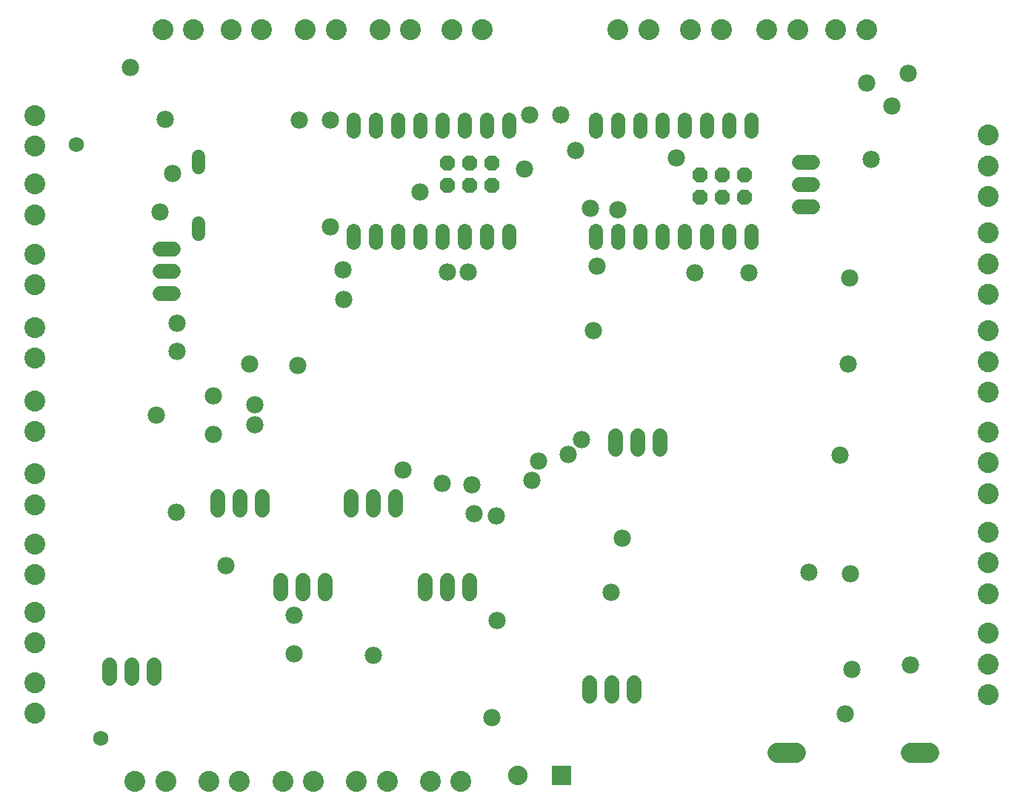
<source format=gbr>
G04 EAGLE Gerber RS-274X export*
G75*
%MOMM*%
%FSLAX34Y34*%
%LPD*%
%INSoldermask Bottom*%
%IPPOS*%
%AMOC8*
5,1,8,0,0,1.08239X$1,22.5*%
G01*
%ADD10C,1.727200*%
%ADD11C,2.387600*%
%ADD12P,1.869504X8X22.500000*%
%ADD13C,1.611200*%
%ADD14R,2.235200X2.235200*%
%ADD15C,2.235200*%
%ADD16C,2.298700*%
%ADD17C,1.524000*%
%ADD18C,1.981200*%
%ADD19C,1.727200*%


D10*
X543942Y270619D02*
X543942Y255379D01*
X518542Y255379D02*
X518542Y270619D01*
X493142Y270619D02*
X493142Y255379D01*
X458852Y350629D02*
X458852Y365869D01*
X433452Y365869D02*
X433452Y350629D01*
X408052Y350629D02*
X408052Y365869D01*
D11*
X498515Y40996D03*
X533515Y40996D03*
X414468Y40996D03*
X449468Y40996D03*
D10*
X378842Y255379D02*
X378842Y270619D01*
X353442Y270619D02*
X353442Y255379D01*
X328042Y255379D02*
X328042Y270619D01*
X306452Y350629D02*
X306452Y365869D01*
X281052Y365869D02*
X281052Y350629D01*
X255652Y350629D02*
X255652Y365869D01*
D11*
X330132Y40996D03*
X365132Y40996D03*
X245795Y40996D03*
X280795Y40996D03*
D12*
X518542Y721469D03*
X518542Y746869D03*
X543942Y721469D03*
X543942Y746869D03*
X569342Y721469D03*
X569342Y746869D03*
X806889Y708374D03*
X806889Y733774D03*
X832289Y708374D03*
X832289Y733774D03*
X857689Y708374D03*
X857689Y733774D03*
D13*
X410592Y670089D02*
X410592Y656009D01*
X435992Y656009D02*
X435992Y670089D01*
X461392Y670089D02*
X461392Y656009D01*
X486792Y656009D02*
X486792Y670089D01*
X512192Y670089D02*
X512192Y656009D01*
X537592Y656009D02*
X537592Y670089D01*
X562992Y670089D02*
X562992Y656009D01*
X588392Y656009D02*
X588392Y670089D01*
X588392Y783009D02*
X588392Y797089D01*
X562992Y797089D02*
X562992Y783009D01*
X537592Y783009D02*
X537592Y797089D01*
X512192Y797089D02*
X512192Y783009D01*
X486792Y783009D02*
X486792Y797089D01*
X461392Y797089D02*
X461392Y783009D01*
X435992Y783009D02*
X435992Y797089D01*
X410592Y797089D02*
X410592Y783009D01*
X687452Y670089D02*
X687452Y656009D01*
X712852Y656009D02*
X712852Y670089D01*
X738252Y670089D02*
X738252Y656009D01*
X763652Y656009D02*
X763652Y670089D01*
X789052Y670089D02*
X789052Y656009D01*
X814452Y656009D02*
X814452Y670089D01*
X839852Y670089D02*
X839852Y656009D01*
X865252Y656009D02*
X865252Y670089D01*
X865252Y783009D02*
X865252Y797089D01*
X839852Y797089D02*
X839852Y783009D01*
X814452Y783009D02*
X814452Y797089D01*
X789052Y797089D02*
X789052Y783009D01*
X763652Y783009D02*
X763652Y797089D01*
X738252Y797089D02*
X738252Y783009D01*
X712852Y783009D02*
X712852Y797089D01*
X687452Y797089D02*
X687452Y783009D01*
D11*
X161459Y40996D03*
X196459Y40996D03*
X1136590Y209804D03*
X1136590Y174804D03*
X1136590Y139804D03*
X1136590Y325374D03*
X1136590Y290374D03*
X1136590Y255374D03*
X1136590Y439674D03*
X1136590Y404674D03*
X1136590Y369674D03*
X1136590Y555244D03*
X1136590Y520244D03*
X1136590Y485244D03*
X1136590Y667004D03*
X1136590Y632004D03*
X1136590Y597004D03*
X1136590Y778764D03*
X1136590Y743764D03*
X1136590Y708764D03*
X46755Y198776D03*
X46755Y233776D03*
X46755Y118736D03*
X46755Y153736D03*
X46755Y356952D03*
X46755Y391952D03*
X46755Y277043D03*
X46755Y312043D03*
X46755Y523903D03*
X46755Y558903D03*
X46755Y440206D03*
X46755Y475206D03*
X46755Y607877D03*
X46755Y642877D03*
X46755Y688111D03*
X46755Y723111D03*
X46755Y766290D03*
X46755Y801290D03*
X440988Y899790D03*
X475988Y899790D03*
X523402Y899790D03*
X558402Y899790D03*
X713373Y899790D03*
X748373Y899790D03*
X796452Y899790D03*
X831452Y899790D03*
D14*
X648465Y47734D03*
D15*
X598465Y47734D03*
D10*
X920497Y748139D02*
X935737Y748139D01*
X935737Y722739D02*
X920497Y722739D01*
X920497Y697339D02*
X935737Y697339D01*
D11*
X883447Y899790D03*
X918447Y899790D03*
X962187Y899790D03*
X997187Y899790D03*
D10*
X204747Y648776D02*
X189507Y648776D01*
X189507Y623376D02*
X204747Y623376D01*
X204747Y597976D02*
X189507Y597976D01*
X680894Y153857D02*
X680894Y138617D01*
X706294Y138617D02*
X706294Y153857D01*
X731694Y153857D02*
X731694Y138617D01*
X183106Y158401D02*
X183106Y173641D01*
X157706Y173641D02*
X157706Y158401D01*
X132306Y158401D02*
X132306Y173641D01*
D11*
X271079Y899790D03*
X306079Y899790D03*
X356034Y899790D03*
X391034Y899790D03*
X193012Y899790D03*
X228012Y899790D03*
D16*
X895337Y73479D02*
X916292Y73479D01*
X1047737Y73479D02*
X1068692Y73479D01*
D17*
X233730Y665553D02*
X233730Y678761D01*
X233730Y741753D02*
X233730Y754961D01*
D10*
X761424Y435198D02*
X761424Y419958D01*
X736024Y419958D02*
X736024Y435198D01*
X710624Y435198D02*
X710624Y419958D01*
D18*
X717932Y318879D03*
X705232Y256649D03*
X398571Y625236D03*
X156324Y856196D03*
D19*
X93916Y767756D03*
D18*
X1047859Y173754D03*
X467742Y396349D03*
X384888Y674469D03*
X931419Y279788D03*
X681865Y695738D03*
X606469Y740525D03*
X612522Y802199D03*
X512337Y381107D03*
X647524Y801830D03*
X972870Y118183D03*
X1026696Y812394D03*
X250770Y437243D03*
X298367Y447972D03*
X250474Y480928D03*
X185814Y458900D03*
X209545Y563808D03*
X189810Y691243D03*
X204288Y734804D03*
X195906Y797073D03*
X347092Y516108D03*
X209545Y532239D03*
X801442Y621706D03*
X862716Y621706D03*
X689230Y629201D03*
X542322Y622419D03*
X518458Y622445D03*
X399484Y590786D03*
X967356Y413740D03*
X980931Y168681D03*
X978822Y277901D03*
X615152Y384650D03*
X575057Y224264D03*
X549056Y346135D03*
X208735Y348104D03*
X574034Y343952D03*
X433810Y184688D03*
X664846Y761347D03*
X569397Y114069D03*
X384352Y795855D03*
X997187Y838495D03*
X343067Y230703D03*
X712852Y693275D03*
X486848Y713770D03*
X298367Y471196D03*
X292482Y517336D03*
X976795Y517173D03*
X977793Y615472D03*
X1002335Y750966D03*
X546581Y379448D03*
X343104Y186061D03*
X622838Y406787D03*
X264988Y287584D03*
X685566Y555567D03*
X656122Y413976D03*
X1044752Y849449D03*
X780033Y753035D03*
X348762Y796109D03*
D19*
X121775Y90145D03*
D18*
X671244Y431144D03*
M02*

</source>
